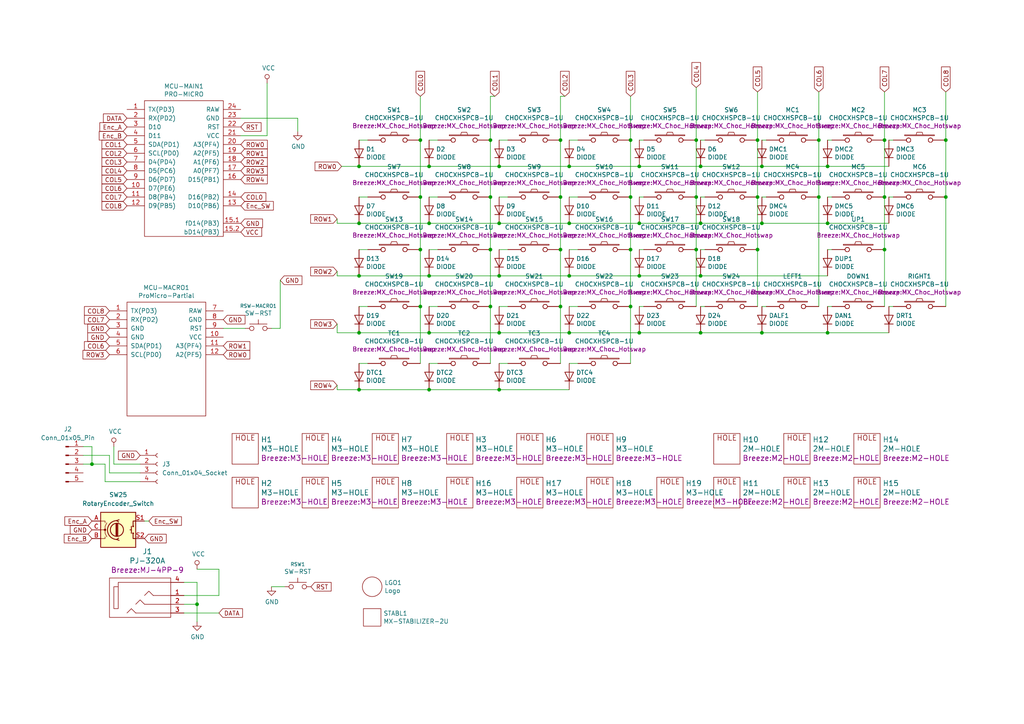
<source format=kicad_sch>
(kicad_sch (version 20230121) (generator eeschema)
  (paper "A4")
  (title_block (title "Breeze") (date "2023-05-21") (rev "Rev1.2") (company "Afternoon Labs LLC"))
  (junction (at 256.54 40.64))
  (junction (at 144.78 113.03))
  (junction (at 256.54 72.39))
  (junction (at 142.24 40.64))
  (junction (at 256.54 57.15))
  (junction (at 219.71 72.39))
  (junction (at 142.24 57.15))
  (junction (at 144.78 96.52))
  (junction (at 240.03 96.52))
  (junction (at 185.42 96.52))
  (junction (at 220.98 48.26))
  (junction (at 144.78 80.01))
  (junction (at 182.88 40.64))
  (junction (at 219.71 40.64))
  (junction (at 57.15 175.26))
  (junction (at 219.71 57.15))
  (junction (at 165.1 80.01))
  (junction (at 165.1 96.52))
  (junction (at 124.46 113.03))
  (junction (at 274.32 40.64))
  (junction (at 220.98 96.52))
  (junction (at 26.67 134.62))
  (junction (at 182.88 88.9))
  (junction (at 121.92 57.15))
  (junction (at 240.03 64.77))
  (junction (at 162.56 72.39))
  (junction (at 201.93 72.39))
  (junction (at 220.98 64.77))
  (junction (at 165.1 64.77))
  (junction (at 142.24 72.39))
  (junction (at 185.42 64.77))
  (junction (at 203.2 80.01))
  (junction (at 124.46 80.01))
  (junction (at 104.14 80.01))
  (junction (at 124.46 96.52))
  (junction (at 203.2 48.26))
  (junction (at 104.14 64.77))
  (junction (at 124.46 64.77))
  (junction (at 165.1 48.26))
  (junction (at 121.92 72.39))
  (junction (at 240.03 48.26))
  (junction (at 203.2 96.52))
  (junction (at 121.92 88.9))
  (junction (at 144.78 64.77))
  (junction (at 182.88 72.39))
  (junction (at 182.88 57.15))
  (junction (at 104.14 48.26))
  (junction (at 203.2 64.77))
  (junction (at 185.42 80.01))
  (junction (at 142.24 88.9))
  (junction (at 185.42 48.26))
  (junction (at 237.49 40.64))
  (junction (at 144.78 48.26))
  (junction (at 274.32 57.15))
  (junction (at 162.56 88.9))
  (junction (at 104.14 96.52))
  (junction (at 162.56 57.15))
  (junction (at 237.49 57.15))
  (junction (at 201.93 57.15))
  (junction (at 162.56 40.64))
  (junction (at 201.93 40.64))
  (junction (at 124.46 48.26))
  (junction (at 104.14 113.03))
  (junction (at 121.92 40.64))
  (wire (pts (xy 220.98 64.77) (xy 203.2 64.77)))
  (wire (pts (xy 121.92 57.15) (xy 121.92 72.39)))
  (wire (pts (xy 57.15 175.26) (xy 57.15 180.34)))
  (wire (pts (xy 167.64 88.9) (xy 165.1 88.9)))
  (wire (pts (xy 99.06 48.26) (xy 104.14 48.26)))
  (wire (pts (xy 186.69 72.39) (xy 185.42 72.39)))
  (wire (pts (xy 185.42 48.26) (xy 165.1 48.26)))
  (wire (pts (xy 144.78 80.01) (xy 124.46 80.01)))
  (wire (pts (xy 57.15 165.1) (xy 63.5 165.1)))
  (wire (pts (xy 162.56 88.9) (xy 162.56 72.39)))
  (wire (pts (xy 256.54 40.64) (xy 256.54 26.67)))
  (wire (pts (xy 219.71 40.64) (xy 219.71 57.15)))
  (wire (pts (xy 127 57.15) (xy 124.46 57.15)))
  (wire (pts (xy 106.68 72.39) (xy 104.14 72.39)))
  (wire (pts (xy 77.47 24.13) (xy 77.47 39.37)))
  (wire (pts (xy 63.5 165.1) (xy 63.5 172.72)))
  (wire (pts (xy 104.14 64.77) (xy 97.79 64.77)))
  (wire (pts (xy 204.47 88.9) (xy 203.2 88.9)))
  (wire (pts (xy 165.1 113.03) (xy 144.78 113.03)))
  (wire (pts (xy 33.02 129.54) (xy 33.02 134.62)))
  (wire (pts (xy 121.92 40.64) (xy 121.92 27.94)))
  (wire (pts (xy 147.32 105.41) (xy 144.78 105.41)))
  (wire (pts (xy 162.56 40.64) (xy 162.56 57.15)))
  (wire (pts (xy 259.08 40.64) (xy 257.81 40.64)))
  (wire (pts (xy 147.32 57.15) (xy 144.78 57.15)))
  (wire (pts (xy 40.64 137.16) (xy 31.75 137.16)))
  (wire (pts (xy 147.32 40.64) (xy 144.78 40.64)))
  (wire (pts (xy 31.75 132.08) (xy 31.75 137.16)))
  (wire (pts (xy 185.42 96.52) (xy 165.1 96.52)))
  (wire (pts (xy 257.81 64.77) (xy 240.03 64.77)))
  (wire (pts (xy 222.25 88.9) (xy 220.98 88.9)))
  (wire (pts (xy 259.08 88.9) (xy 257.81 88.9)))
  (wire (pts (xy 256.54 72.39) (xy 256.54 88.9)))
  (wire (pts (xy 182.88 40.64) (xy 182.88 57.15)))
  (wire (pts (xy 203.2 64.77) (xy 185.42 64.77)))
  (wire (pts (xy 106.68 57.15) (xy 104.14 57.15)))
  (wire (pts (xy 121.92 88.9) (xy 121.92 105.41)))
  (wire (pts (xy 121.92 40.64) (xy 121.92 57.15)))
  (wire (pts (xy 104.14 96.52) (xy 97.79 96.52)))
  (wire (pts (xy 167.64 40.64) (xy 165.1 40.64)))
  (wire (pts (xy 203.2 96.52) (xy 185.42 96.52)))
  (wire (pts (xy 204.47 72.39) (xy 203.2 72.39)))
  (wire (pts (xy 53.34 168.91) (xy 57.15 168.91)))
  (wire (pts (xy 26.67 134.62) (xy 24.13 134.62)))
  (wire (pts (xy 64.77 95.25) (xy 71.12 95.25)))
  (wire (pts (xy 142.24 57.15) (xy 142.24 40.64)))
  (wire (pts (xy 124.46 80.01) (xy 104.14 80.01)))
  (wire (pts (xy 165.1 96.52) (xy 144.78 96.52)))
  (wire (pts (xy 33.02 134.62) (xy 40.64 134.62)))
  (wire (pts (xy 124.46 96.52) (xy 104.14 96.52)))
  (wire (pts (xy 165.1 72.39) (xy 167.64 72.39)))
  (wire (pts (xy 203.2 80.01) (xy 185.42 80.01)))
  (wire (pts (xy 185.42 80.01) (xy 165.1 80.01)))
  (wire (pts (xy 127 40.64) (xy 124.46 40.64)))
  (wire (pts (xy 106.68 88.9) (xy 104.14 88.9)))
  (wire (pts (xy 257.81 48.26) (xy 240.03 48.26)))
  (wire (pts (xy 81.28 95.25) (xy 78.74 95.25)))
  (wire (pts (xy 43.18 151.13) (xy 41.91 151.13)))
  (wire (pts (xy 165.1 80.01) (xy 144.78 80.01)))
  (wire (pts (xy 219.71 57.15) (xy 219.71 72.39)))
  (wire (pts (xy 220.98 48.26) (xy 203.2 48.26)))
  (wire (pts (xy 53.34 177.8) (xy 63.5 177.8)))
  (wire (pts (xy 144.78 48.26) (xy 124.46 48.26)))
  (wire (pts (xy 142.24 105.41) (xy 142.24 88.9)))
  (wire (pts (xy 203.2 96.52) (xy 220.98 96.52)))
  (wire (pts (xy 142.24 88.9) (xy 142.24 72.39)))
  (wire (pts (xy 162.56 57.15) (xy 162.56 72.39)))
  (wire (pts (xy 222.25 40.64) (xy 220.98 40.64)))
  (wire (pts (xy 201.93 88.9) (xy 201.93 72.39)))
  (wire (pts (xy 124.46 88.9) (xy 127 88.9)))
  (wire (pts (xy 167.64 105.41) (xy 165.1 105.41)))
  (wire (pts (xy 256.54 40.64) (xy 256.54 57.15)))
  (wire (pts (xy 257.81 96.52) (xy 240.03 96.52)))
  (wire (pts (xy 86.36 34.29) (xy 86.36 38.1)))
  (wire (pts (xy 237.49 40.64) (xy 237.49 26.67)))
  (wire (pts (xy 182.88 40.64) (xy 182.88 27.94)))
  (wire (pts (xy 26.67 129.54) (xy 26.67 134.62)))
  (wire (pts (xy 162.56 40.64) (xy 162.56 27.94)))
  (wire (pts (xy 147.32 72.39) (xy 144.78 72.39)))
  (wire (pts (xy 104.14 64.77) (xy 124.46 64.77)))
  (wire (pts (xy 241.3 88.9) (xy 240.03 88.9)))
  (wire (pts (xy 237.49 40.64) (xy 237.49 57.15)))
  (wire (pts (xy 241.3 40.64) (xy 240.03 40.64)))
  (wire (pts (xy 97.79 113.03) (xy 97.79 111.76)))
  (wire (pts (xy 142.24 72.39) (xy 142.24 57.15)))
  (wire (pts (xy 97.79 96.52) (xy 97.79 93.98)))
  (wire (pts (xy 185.42 88.9) (xy 186.69 88.9)))
  (wire (pts (xy 165.1 48.26) (xy 144.78 48.26)))
  (wire (pts (xy 186.69 40.64) (xy 185.42 40.64)))
  (wire (pts (xy 97.79 80.01) (xy 97.79 78.74)))
  (wire (pts (xy 97.79 64.77) (xy 97.79 63.5)))
  (wire (pts (xy 274.32 40.64) (xy 274.32 57.15)))
  (wire (pts (xy 162.56 105.41) (xy 162.56 88.9)))
  (wire (pts (xy 203.2 48.26) (xy 185.42 48.26)))
  (wire (pts (xy 240.03 96.52) (xy 220.98 96.52)))
  (wire (pts (xy 124.46 113.03) (xy 144.78 113.03)))
  (wire (pts (xy 144.78 88.9) (xy 147.32 88.9)))
  (wire (pts (xy 201.93 40.64) (xy 201.93 25.4)))
  (wire (pts (xy 30.48 134.62) (xy 26.67 134.62)))
  (wire (pts (xy 182.88 57.15) (xy 182.88 72.39)))
  (wire (pts (xy 69.85 34.29) (xy 86.36 34.29)))
  (wire (pts (xy 127 72.39) (xy 124.46 72.39)))
  (wire (pts (xy 63.5 172.72) (xy 53.34 172.72)))
  (wire (pts (xy 201.93 57.15) (xy 201.93 72.39)))
  (wire (pts (xy 219.71 40.64) (xy 219.71 26.67)))
  (wire (pts (xy 69.85 39.37) (xy 77.47 39.37)))
  (wire (pts (xy 104.14 48.26) (xy 124.46 48.26)))
  (wire (pts (xy 241.3 72.39) (xy 240.03 72.39)))
  (wire (pts (xy 257.81 57.15) (xy 259.08 57.15)))
  (wire (pts (xy 127 105.41) (xy 124.46 105.41)))
  (wire (pts (xy 185.42 64.77) (xy 165.1 64.77)))
  (wire (pts (xy 24.13 129.54) (xy 26.67 129.54)))
  (wire (pts (xy 201.93 57.15) (xy 201.93 40.64)))
  (wire (pts (xy 104.14 80.01) (xy 97.79 80.01)))
  (wire (pts (xy 220.98 57.15) (xy 222.25 57.15)))
  (wire (pts (xy 30.48 139.7) (xy 30.48 134.62)))
  (wire (pts (xy 204.47 40.64) (xy 203.2 40.64)))
  (wire (pts (xy 144.78 96.52) (xy 124.46 96.52)))
  (wire (pts (xy 104.14 113.03) (xy 124.46 113.03)))
  (wire (pts (xy 24.13 132.08) (xy 31.75 132.08)))
  (wire (pts (xy 186.69 57.15) (xy 185.42 57.15)))
  (wire (pts (xy 167.64 57.15) (xy 165.1 57.15)))
  (wire (pts (xy 142.24 27.94) (xy 143.51 27.94)))
  (wire (pts (xy 57.15 168.91) (xy 57.15 175.26)))
  (wire (pts (xy 203.2 57.15) (xy 204.47 57.15)))
  (wire (pts (xy 121.92 72.39) (xy 121.92 88.9)))
  (wire (pts (xy 182.88 88.9) (xy 182.88 72.39)))
  (wire (pts (xy 162.56 27.94) (xy 163.83 27.94)))
  (wire (pts (xy 240.03 80.01) (xy 203.2 80.01)))
  (wire (pts (xy 274.32 57.15) (xy 274.32 88.9)))
  (wire (pts (xy 219.71 72.39) (xy 219.71 88.9)))
  (wire (pts (xy 240.03 48.26) (xy 220.98 48.26)))
  (wire (pts (xy 182.88 88.9) (xy 182.88 105.41)))
  (wire (pts (xy 256.54 57.15) (xy 256.54 72.39)))
  (wire (pts (xy 240.03 64.77) (xy 220.98 64.77)))
  (wire (pts (xy 81.28 81.28) (xy 81.28 95.25)))
  (wire (pts (xy 241.3 57.15) (xy 240.03 57.15)))
  (wire (pts (xy 104.14 105.41) (xy 106.68 105.41)))
  (wire (pts (xy 124.46 64.77) (xy 144.78 64.77)))
  (wire (pts (xy 40.64 139.7) (xy 30.48 139.7)))
  (wire (pts (xy 237.49 88.9) (xy 237.49 57.15)))
  (wire (pts (xy 53.34 175.26) (xy 57.15 175.26)))
  (wire (pts (xy 82.55 170.18) (xy 78.74 170.18)))
  (wire (pts (xy 165.1 64.77) (xy 144.78 64.77)))
  (wire (pts (xy 274.32 40.64) (xy 274.32 26.67)))
  (wire (pts (xy 104.14 113.03) (xy 97.79 113.03)))
  (wire (pts (xy 106.68 40.64) (xy 104.14 40.64)))
  (wire (pts (xy 142.24 40.64) (xy 142.24 27.94)))
  (global_label "RST" (shape input) (at 90.17 170.18 0) (property "Intersheetrefs" "${INTERSHEET_REFS}" (effects hide)))
  (global_label "COL5" (shape input) (at 219.71 26.67 90) (property "Intersheetrefs" "${INTERSHEET_REFS}" (effects hide)))
  (global_label "ROW4" (shape input) (at 97.79 111.76 180) (property "Intersheetrefs" "${INTERSHEET_REFS}" (effects hide)))
  (global_label "ROW4" (shape input) (at 69.85 52.07 0) (property "Intersheetrefs" "${INTERSHEET_REFS}" (effects hide)))
  (global_label "COL8" (shape input) (at 36.83 59.69 180) (property "Intersheetrefs" "${INTERSHEET_REFS}" (effects hide)))
  (global_label "COL2" (shape input) (at 163.83 27.94 90) (property "Intersheetrefs" "${INTERSHEET_REFS}" (effects hide)))
  (global_label "GND" (shape input) (at 81.28 81.28 0) (property "Intersheetrefs" "${INTERSHEET_REFS}" (effects hide)))
  (global_label "GND" (shape input) (at 41.91 156.21 0) (property "Intersheetrefs" "${INTERSHEET_REFS}" (effects hide)))
  (global_label "ROW2" (shape input) (at 69.85 46.99 0) (property "Intersheetrefs" "${INTERSHEET_REFS}" (effects hide)))
  (global_label "GND" (shape input) (at 40.64 132.08 180) (property "Intersheetrefs" "${INTERSHEET_REFS}" (effects hide)))
  (global_label "COL0" (shape input) (at 69.85 57.15 0) (property "Intersheetrefs" "${INTERSHEET_REFS}" (effects hide)))
  (global_label "ROW3" (shape input) (at 31.75 102.87 180) (property "Intersheetrefs" "${INTERSHEET_REFS}" (effects hide)))
  (global_label "GND" (shape input) (at 69.85 64.77 0) (property "Intersheetrefs" "${INTERSHEET_REFS}" (effects hide)))
  (global_label "ROW0" (shape input) (at 64.77 102.87 0) (property "Intersheetrefs" "${INTERSHEET_REFS}" (effects hide)))
  (global_label "COL8" (shape input) (at 31.75 90.17 180) (property "Intersheetrefs" "${INTERSHEET_REFS}" (effects hide)))
  (global_label "Enc_B" (shape input) (at 26.67 156.21 180) (property "Intersheetrefs" "${INTERSHEET_REFS}" (effects hide)))
  (global_label "COL6" (shape input) (at 237.49 26.67 90) (property "Intersheetrefs" "${INTERSHEET_REFS}" (effects hide)))
  (global_label "GND" (shape input) (at 31.75 95.25 180) (property "Intersheetrefs" "${INTERSHEET_REFS}" (effects hide)))
  (global_label "COL7" (shape input) (at 36.83 57.15 180) (property "Intersheetrefs" "${INTERSHEET_REFS}" (effects hide)))
  (global_label "Enc_A" (shape input) (at 36.83 36.83 180) (property "Intersheetrefs" "${INTERSHEET_REFS}" (effects hide)))
  (global_label "GND" (shape input) (at 64.77 92.71 0) (property "Intersheetrefs" "${INTERSHEET_REFS}" (effects hide)))
  (global_label "COL0" (shape input) (at 121.92 27.94 90) (property "Intersheetrefs" "${INTERSHEET_REFS}" (effects hide)))
  (global_label "ROW1" (shape input) (at 69.85 44.45 0) (property "Intersheetrefs" "${INTERSHEET_REFS}" (effects hide)))
  (global_label "Enc_B" (shape input) (at 36.83 39.37 180) (property "Intersheetrefs" "${INTERSHEET_REFS}" (effects hide)))
  (global_label "COL4" (shape input) (at 201.93 25.4 90) (property "Intersheetrefs" "${INTERSHEET_REFS}" (effects hide)))
  (global_label "ROW0" (shape input) (at 99.06 48.26 180) (property "Intersheetrefs" "${INTERSHEET_REFS}" (effects hide)))
  (global_label "Enc_SW" (shape input) (at 43.18 151.13 0) (property "Intersheetrefs" "${INTERSHEET_REFS}" (effects hide)))
  (global_label "COL4" (shape input) (at 36.83 49.53 180) (property "Intersheetrefs" "${INTERSHEET_REFS}" (effects hide)))
  (global_label "ROW3" (shape input) (at 69.85 49.53 0) (property "Intersheetrefs" "${INTERSHEET_REFS}" (effects hide)))
  (global_label "COL1" (shape input) (at 36.83 41.91 180) (property "Intersheetrefs" "${INTERSHEET_REFS}" (effects hide)))
  (global_label "ROW2" (shape input) (at 97.79 78.74 180) (property "Intersheetrefs" "${INTERSHEET_REFS}" (effects hide)))
  (global_label "GND" (shape input) (at 31.75 97.79 180) (property "Intersheetrefs" "${INTERSHEET_REFS}" (effects hide)))
  (global_label "COL6" (shape input) (at 36.83 54.61 180) (property "Intersheetrefs" "${INTERSHEET_REFS}" (effects hide)))
  (global_label "ROW1" (shape input) (at 97.79 63.5 180) (property "Intersheetrefs" "${INTERSHEET_REFS}" (effects hide)))
  (global_label "VCC" (shape input) (at 69.85 67.31 0) (property "Intersheetrefs" "${INTERSHEET_REFS}" (effects hide)))
  (global_label "ROW1" (shape input) (at 64.77 100.33 0) (property "Intersheetrefs" "${INTERSHEET_REFS}" (effects hide)))
  (global_label "COL1" (shape input) (at 143.51 27.94 90) (property "Intersheetrefs" "${INTERSHEET_REFS}" (effects hide)))
  (global_label "COL8" (shape input) (at 274.32 26.67 90) (property "Intersheetrefs" "${INTERSHEET_REFS}" (effects hide)))
  (global_label "COL7" (shape input) (at 256.54 26.67 90) (property "Intersheetrefs" "${INTERSHEET_REFS}" (effects hide)))
  (global_label "Enc_SW" (shape input) (at 69.85 59.69 0) (property "Intersheetrefs" "${INTERSHEET_REFS}" (effects hide)))
  (global_label "COL6" (shape input) (at 31.75 100.33 180) (property "Intersheetrefs" "${INTERSHEET_REFS}" (effects hide)))
  (global_label "COL3" (shape input) (at 36.83 46.99 180) (property "Intersheetrefs" "${INTERSHEET_REFS}" (effects hide)))
  (global_label "COL3" (shape input) (at 182.88 27.94 90) (property "Intersheetrefs" "${INTERSHEET_REFS}" (effects hide)))
  (global_label "COL7" (shape input) (at 31.75 92.71 180) (property "Intersheetrefs" "${INTERSHEET_REFS}" (effects hide)))
  (global_label "GND" (shape input) (at 26.67 153.67 180) (property "Intersheetrefs" "${INTERSHEET_REFS}" (effects hide)))
  (global_label "ROW0" (shape input) (at 69.85 41.91 0) (property "Intersheetrefs" "${INTERSHEET_REFS}" (effects hide)))
  (global_label "RST" (shape input) (at 69.85 36.83 0) (property "Intersheetrefs" "${INTERSHEET_REFS}" (effects hide)))
  (global_label "COL2" (shape input) (at 36.83 44.45 180) (property "Intersheetrefs" "${INTERSHEET_REFS}" (effects hide)))
  (global_label "Enc_A" (shape input) (at 26.67 151.13 180) (property "Intersheetrefs" "${INTERSHEET_REFS}" (effects hide)))
  (global_label "DATA" (shape input) (at 36.83 34.29 180) (property "Intersheetrefs" "${INTERSHEET_REFS}" (effects hide)))
  (global_label "COL5" (shape input) (at 36.83 52.07 180) (property "Intersheetrefs" "${INTERSHEET_REFS}" (effects hide)))
  (global_label "DATA" (shape input) (at 63.5 177.8 0) (property "Intersheetrefs" "${INTERSHEET_REFS}" (effects hide)))
  (global_label "ROW3" (shape input) (at 97.79 93.98 180) (property "Intersheetrefs" "${INTERSHEET_REFS}" (effects hide)))
  (symbol (lib_id "Breeze-rescue:ProMicro-Merkaba_Rev0-rescue-Breeze-rescue") (at 53.34 45.72 0) (unit 1)
    (property "Reference" "MCU-MAIN1" (at 53.34 25.019 0))
    (property "Value" "PRO-MICRO" (at 53.34 27.3304 0))
    (property "Footprint" "Breeze:ProMicro" (effects hide))
    (pin "3" (alternate "D10"))
    (pin "4" (alternate "D11"))
  )
  (symbol (lib_id "Breeze-rescue:MJ-4PP-9-Lily58-cache-Merkaba_Rev0-rescue-Breeze-rescue") (at 41.91 172.72 0) (unit 1)
    (property "Reference" "J1" (at 42.7482 159.9438 0) (effects (font (size 1.524 1.524))))
    (property "Value" "PJ-320A" (at 42.7482 162.6362 0) (effects (font (size 1.524 1.524))))
    (property "Footprint" "Breeze:MJ-4PP-9" (at 42.7482 165.3286 0) (effects (font (size 1.524 1.524))))
  )
  (symbol (lib_id "Breeze-rescue:GND-power-Merkaba_Rev0-rescue-Breeze-rescue") (at 86.36 38.1 0) (unit 1)
    (property "Reference" "#PWR0101" (effects hide))
    (property "Value" "GND-power" (at 86.487 42.4942 0))
  )
  (symbol (lib_id "Breeze-rescue:VCC-power-Merkaba_Rev0-rescue-Breeze-rescue") (at 77.47 24.13 0) (unit 1)
    (property "Reference" "#PWR0102" (effects hide))
    (property "Value" "VCC-power" (at 77.9018 19.7358 0))
  )
  (symbol (lib_id "Breeze-rescue:SW_RST-Lily58-cache-Merkaba_Rev0-rescue-Breeze-rescue") (at 86.36 170.18 0) (unit 1)
    (property "Reference" "RSW1" (at 86.36 163.6776 0) (effects (font (size 1.016 1.016))))
    (property "Value" "SW-RST" (at 86.36 165.7858 0))
    (property "Footprint" "Breeze:TACT_SWITCH_TVBP06" (effects hide))
  )
  (symbol (lib_id "Breeze-rescue:GND-power-Merkaba_Rev0-rescue-Breeze-rescue") (at 78.74 170.18 0) (unit 1)
    (property "Reference" "#PWR0103" (effects hide))
    (property "Value" "GND-power" (at 78.867 174.5742 0))
  )
  (symbol (lib_id "Breeze-rescue:GND-power-Merkaba_Rev0-rescue-Breeze-rescue") (at 57.15 180.34 0) (unit 1)
    (property "Reference" "#PWR0104" (effects hide))
    (property "Value" "GND-power" (at 57.277 184.7342 0))
  )
  (symbol (lib_id "Breeze-rescue:VCC-power-Merkaba_Rev0-rescue-Breeze-rescue") (at 57.15 165.1 0) (unit 1)
    (property "Reference" "#PWR0105" (effects hide))
    (property "Value" "VCC-power" (at 57.5818 160.7058 0))
  )
  (symbol (lib_id "Breeze-rescue:CHOCXHSPCB-1U-cache-Merkaba_Rev0-rescue-Breeze-rescue") (at 114.3 40.64 0) (unit 1)
    (property "Reference" "SW1" (at 114.3 31.877 0))
    (property "Value" "CHOCXHSPCB-1U" (at 114.3 34.1884 0))
    (property "Footprint" "Breeze:MX_Choc_Hotswap" (at 114.3 36.4998 0))
  )
  (symbol (lib_id "Breeze-rescue:CHOCXHSPCB-1U-cache-Merkaba_Rev0-rescue-Breeze-rescue") (at 134.62 40.64 0) (unit 1)
    (property "Reference" "SW2" (at 134.62 31.877 0))
    (property "Value" "CHOCXHSPCB-1U" (at 134.62 34.1884 0))
    (property "Footprint" "Breeze:MX_Choc_Hotswap" (at 134.62 36.4998 0))
  )
  (symbol (lib_id "Breeze-rescue:CHOCXHSPCB-1U-cache-Merkaba_Rev0-rescue-Breeze-rescue") (at 154.94 40.64 0) (unit 1)
    (property "Reference" "SW3" (at 154.94 31.877 0))
    (property "Value" "CHOCXHSPCB-1U" (at 154.94 34.1884 0))
    (property "Footprint" "Breeze:MX_Choc_Hotswap" (at 154.94 36.4998 0))
  )
  (symbol (lib_id "Breeze-rescue:CHOCXHSPCB-1U-cache-Merkaba_Rev0-rescue-Breeze-rescue") (at 175.26 40.64 0) (unit 1)
    (property "Reference" "SW4" (at 175.26 31.877 0))
    (property "Value" "CHOCXHSPCB-1U" (at 175.26 34.1884 0))
    (property "Footprint" "Breeze:MX_Choc_Hotswap" (at 175.26 36.4998 0))
  )
  (symbol (lib_id "Breeze-rescue:CHOCXHSPCB-1U-cache-Merkaba_Rev0-rescue-Breeze-rescue") (at 194.31 40.64 0) (unit 1)
    (property "Reference" "SW5" (at 194.31 31.877 0))
    (property "Value" "CHOCXHSPCB-1U" (at 194.31 34.1884 0))
    (property "Footprint" "Breeze:MX_Choc_Hotswap" (at 194.31 36.4998 0))
  )
  (symbol (lib_id "Breeze-rescue:CHOCXHSPCB-1U-cache-Merkaba_Rev0-rescue-Breeze-rescue") (at 212.09 40.64 0) (unit 1)
    (property "Reference" "SW6" (at 212.09 31.877 0))
    (property "Value" "CHOCXHSPCB-1U" (at 212.09 34.1884 0))
    (property "Footprint" "Breeze:MX_Choc_Hotswap" (at 212.09 36.4998 0))
  )
  (symbol (lib_id "Breeze-rescue:CHOCXHSPCB-1U-cache-Merkaba_Rev0-rescue-Breeze-rescue") (at 229.87 40.64 0) (unit 1)
    (property "Reference" "MC1" (at 229.87 31.877 0))
    (property "Value" "CHOCXHSPCB-1U" (at 229.87 34.1884 0))
    (property "Footprint" "Breeze:MX_Choc_Hotswap" (at 229.87 36.4998 0))
  )
  (symbol (lib_id "Breeze-rescue:CHOCXHSPCB-1U-cache-Merkaba_Rev0-rescue-Breeze-rescue") (at 248.92 40.64 0) (unit 1)
    (property "Reference" "MC2" (at 248.92 31.877 0))
    (property "Value" "CHOCXHSPCB-1U" (at 248.92 34.1884 0))
    (property "Footprint" "Breeze:MX_Choc_Hotswap" (at 248.92 36.4998 0))
  )
  (symbol (lib_id "Breeze-rescue:CHOCXHSPCB-1U-cache-Merkaba_Rev0-rescue-Breeze-rescue") (at 266.7 40.64 0) (unit 1)
    (property "Reference" "MC3" (at 266.7 31.877 0))
    (property "Value" "CHOCXHSPCB-1U" (at 266.7 34.1884 0))
    (property "Footprint" "Breeze:MX_Choc_Hotswap" (at 266.7 36.4998 0))
  )
  (symbol (lib_id "Breeze-rescue:CHOCXHSPCB-1U-cache-Merkaba_Rev0-rescue-Breeze-rescue") (at 114.3 57.15 0) (unit 1)
    (property "Reference" "SW7" (at 114.3 48.387 0))
    (property "Value" "CHOCXHSPCB-1U" (at 114.3 50.6984 0))
    (property "Footprint" "Breeze:MX_Choc_Hotswap" (at 114.3 53.0098 0))
  )
  (symbol (lib_id "Breeze-rescue:CHOCXHSPCB-1U-cache-Merkaba_Rev0-rescue-Breeze-rescue") (at 134.62 57.15 0) (unit 1)
    (property "Reference" "SW8" (at 134.62 48.387 0))
    (property "Value" "CHOCXHSPCB-1U" (at 134.62 50.6984 0))
    (property "Footprint" "Breeze:MX_Choc_Hotswap" (at 134.62 53.0098 0))
  )
  (symbol (lib_id "Breeze-rescue:CHOCXHSPCB-1U-cache-Merkaba_Rev0-rescue-Breeze-rescue") (at 154.94 57.15 0) (unit 1)
    (property "Reference" "SW9" (at 154.94 48.387 0))
    (property "Value" "CHOCXHSPCB-1U" (at 154.94 50.6984 0))
    (property "Footprint" "Breeze:MX_Choc_Hotswap" (at 154.94 53.0098 0))
  )
  (symbol (lib_id "Breeze-rescue:CHOCXHSPCB-1U-cache-Merkaba_Rev0-rescue-Breeze-rescue") (at 175.26 57.15 0) (unit 1)
    (property "Reference" "SW10" (at 175.26 48.387 0))
    (property "Value" "CHOCXHSPCB-1U" (at 175.26 50.6984 0))
    (property "Footprint" "Breeze:MX_Choc_Hotswap" (at 175.26 53.0098 0))
  )
  (symbol (lib_id "Breeze-rescue:CHOCXHSPCB-1U-cache-Merkaba_Rev0-rescue-Breeze-rescue") (at 194.31 57.15 0) (unit 1)
    (property "Reference" "SW11" (at 194.31 48.387 0))
    (property "Value" "CHOCXHSPCB-1U" (at 194.31 50.6984 0))
    (property "Footprint" "Breeze:MX_Choc_Hotswap" (at 194.31 53.0098 0))
  )
  (symbol (lib_id "Breeze-rescue:CHOCXHSPCB-1U-cache-Merkaba_Rev0-rescue-Breeze-rescue") (at 212.09 57.15 0) (unit 1)
    (property "Reference" "SW12" (at 212.09 48.387 0))
    (property "Value" "CHOCXHSPCB-1U" (at 212.09 50.6984 0))
    (property "Footprint" "Breeze:MX_Choc_Hotswap" (at 212.09 53.0098 0))
  )
  (symbol (lib_id "Breeze-rescue:CHOCXHSPCB-1U-cache-Merkaba_Rev0-rescue-Breeze-rescue") (at 229.87 57.15 0) (unit 1)
    (property "Reference" "MC4" (at 229.87 48.387 0))
    (property "Value" "CHOCXHSPCB-1U" (at 229.87 50.6984 0))
    (property "Footprint" "Breeze:MX_Choc_Hotswap" (at 229.87 53.0098 0))
  )
  (symbol (lib_id "Breeze-rescue:CHOCXHSPCB-1U-cache-Merkaba_Rev0-rescue-Breeze-rescue") (at 248.92 57.15 0) (unit 1)
    (property "Reference" "MC5" (at 248.92 48.387 0))
    (property "Value" "CHOCXHSPCB-1U" (at 248.92 50.6984 0))
    (property "Footprint" "Breeze:MX_Choc_Hotswap" (at 248.92 53.0098 0))
  )
  (symbol (lib_id "Breeze-rescue:CHOCXHSPCB-1U-cache-Merkaba_Rev0-rescue-Breeze-rescue") (at 266.7 57.15 0) (unit 1)
    (property "Reference" "MC6" (at 266.7 48.387 0))
    (property "Value" "CHOCXHSPCB-1U" (at 266.7 50.6984 0))
    (property "Footprint" "Breeze:MX_Choc_Hotswap" (at 266.7 53.0098 0))
  )
  (symbol (lib_id "Breeze-rescue:CHOCXHSPCB-1U-cache-Merkaba_Rev0-rescue-Breeze-rescue") (at 114.3 72.39 0) (unit 1)
    (property "Reference" "SW13" (at 114.3 63.627 0))
    (property "Value" "CHOCXHSPCB-1U" (at 114.3 65.9384 0))
    (property "Footprint" "Breeze:MX_Choc_Hotswap" (at 114.3 68.2498 0))
  )
  (symbol (lib_id "Breeze-rescue:CHOCXHSPCB-1U-cache-Merkaba_Rev0-rescue-Breeze-rescue") (at 134.62 72.39 0) (unit 1)
    (property "Reference" "SW14" (at 134.62 63.627 0))
    (property "Value" "CHOCXHSPCB-1U" (at 134.62 65.9384 0))
    (property "Footprint" "Breeze:MX_Choc_Hotswap" (at 134.62 68.2498 0))
  )
  (symbol (lib_id "Breeze-rescue:CHOCXHSPCB-1U-cache-Merkaba_Rev0-rescue-Breeze-rescue") (at 154.94 72.39 0) (unit 1)
    (property "Reference" "SW15" (at 154.94 63.627 0))
    (property "Value" "CHOCXHSPCB-1U" (at 154.94 65.9384 0))
    (property "Footprint" "Breeze:MX_Choc_Hotswap" (at 154.94 68.2498 0))
  )
  (symbol (lib_id "Breeze-rescue:CHOCXHSPCB-1U-cache-Merkaba_Rev0-rescue-Breeze-rescue") (at 175.26 72.39 0) (unit 1)
    (property "Reference" "SW16" (at 175.26 63.627 0))
    (property "Value" "CHOCXHSPCB-1U" (at 175.26 65.9384 0))
    (property "Footprint" "Breeze:MX_Choc_Hotswap" (at 175.26 68.2498 0))
  )
  (symbol (lib_id "Breeze-rescue:CHOCXHSPCB-1U-cache-Merkaba_Rev0-rescue-Breeze-rescue") (at 194.31 72.39 0) (unit 1)
    (property "Reference" "SW17" (at 194.31 63.627 0))
    (property "Value" "CHOCXHSPCB-1U" (at 194.31 65.9384 0))
    (property "Footprint" "Breeze:MX_Choc_Hotswap" (at 194.31 68.2498 0))
  )
  (symbol (lib_id "Breeze-rescue:CHOCXHSPCB-1U-cache-Merkaba_Rev0-rescue-Breeze-rescue") (at 212.09 72.39 0) (unit 1)
    (property "Reference" "SW18" (at 212.09 63.627 0))
    (property "Value" "CHOCXHSPCB-1U" (at 212.09 65.9384 0))
    (property "Footprint" "Breeze:MX_Choc_Hotswap" (at 212.09 68.2498 0))
  )
  (symbol (lib_id "Breeze-rescue:CHOCXHSPCB-1U-cache-Merkaba_Rev0-rescue-Breeze-rescue") (at 248.92 72.39 0) (unit 1)
    (property "Reference" "UP1" (at 248.92 63.627 0))
    (property "Value" "CHOCXHSPCB-1U" (at 248.92 65.9384 0))
    (property "Footprint" "Breeze:MX_Choc_Hotswap" (at 248.92 68.2498 0))
  )
  (symbol (lib_id "Breeze-rescue:CHOCXHSPCB-1U-cache-Merkaba_Rev0-rescue-Breeze-rescue") (at 114.3 88.9 0) (unit 1)
    (property "Reference" "SW19" (at 114.3 80.137 0))
    (property "Value" "CHOCXHSPCB-1U" (at 114.3 82.4484 0))
    (property "Footprint" "Breeze:MX_Choc_Hotswap" (at 114.3 84.7598 0))
  )
  (symbol (lib_id "Breeze-rescue:CHOCXHSPCB-1U-cache-Merkaba_Rev0-rescue-Breeze-rescue") (at 134.62 88.9 0) (unit 1)
    (property "Reference" "SW20" (at 134.62 80.137 0))
    (property "Value" "CHOCXHSPCB-1U" (at 134.62 82.4484 0))
    (property "Footprint" "Breeze:MX_Choc_Hotswap" (at 134.62 84.7598 0))
  )
  (symbol (lib_id "Breeze-rescue:CHOCXHSPCB-1U-cache-Merkaba_Rev0-rescue-Breeze-rescue") (at 154.94 88.9 0) (unit 1)
    (property "Reference" "SW21" (at 154.94 80.137 0))
    (property "Value" "CHOCXHSPCB-1U" (at 154.94 82.4484 0))
    (property "Footprint" "Breeze:MX_Choc_Hotswap" (at 154.94 84.7598 0))
  )
  (symbol (lib_id "Breeze-rescue:CHOCXHSPCB-1U-cache-Merkaba_Rev0-rescue-Breeze-rescue") (at 175.26 88.9 0) (unit 1)
    (property "Reference" "SW22" (at 175.26 80.137 0))
    (property "Value" "CHOCXHSPCB-1U" (at 175.26 82.4484 0))
    (property "Footprint" "Breeze:MX_Choc_Hotswap" (at 175.26 84.7598 0))
  )
  (symbol (lib_id "Breeze-rescue:CHOCXHSPCB-1U-cache-Merkaba_Rev0-rescue-Breeze-rescue") (at 194.31 88.9 0) (unit 1)
    (property "Reference" "SW23" (at 194.31 80.137 0))
    (property "Value" "CHOCXHSPCB-1U" (at 194.31 82.4484 0))
    (property "Footprint" "Breeze:MX_Choc_Hotswap" (at 194.31 84.7598 0))
  )
  (symbol (lib_id "Breeze-rescue:CHOCXHSPCB-1U-cache-Merkaba_Rev0-rescue-Breeze-rescue") (at 212.09 88.9 0) (unit 1)
    (property "Reference" "SW24" (at 212.09 80.137 0))
    (property "Value" "CHOCXHSPCB-1U" (at 212.09 82.4484 0))
    (property "Footprint" "Breeze:MX_Choc_Hotswap" (at 212.09 84.7598 0))
  )
  (symbol (lib_id "Breeze-rescue:CHOCXHSPCB-1U-cache-Merkaba_Rev0-rescue-Breeze-rescue") (at 229.87 88.9 0) (unit 1)
    (property "Reference" "LEFT1" (at 229.87 80.137 0))
    (property "Value" "CHOCXHSPCB-1U" (at 229.87 82.4484 0))
    (property "Footprint" "Breeze:MX_Choc_Hotswap" (at 229.87 84.7598 0))
  )
  (symbol (lib_id "Breeze-rescue:CHOCXHSPCB-1U-cache-Merkaba_Rev0-rescue-Breeze-rescue") (at 248.92 88.9 0) (unit 1)
    (property "Reference" "DOWN1" (at 248.92 80.137 0))
    (property "Value" "CHOCXHSPCB-1U" (at 248.92 82.4484 0))
    (property "Footprint" "Breeze:MX_Choc_Hotswap" (at 248.92 84.7598 0))
  )
  (symbol (lib_id "Breeze-rescue:CHOCXHSPCB-1U-cache-Merkaba_Rev0-rescue-Breeze-rescue") (at 266.7 88.9 0) (unit 1)
    (property "Reference" "RIGHT1" (at 266.7 80.137 0))
    (property "Value" "CHOCXHSPCB-1U" (at 266.7 82.4484 0))
    (property "Footprint" "Breeze:MX_Choc_Hotswap" (at 266.7 84.7598 0))
  )
  (symbol (lib_id "Breeze-rescue:CHOCXHSPCB-1U-cache-Merkaba_Rev0-rescue-Breeze-rescue") (at 114.3 105.41 0) (unit 1)
    (property "Reference" "TC1" (at 114.3 96.647 0))
    (property "Value" "CHOCXHSPCB-1U" (at 114.3 98.9584 0))
    (property "Footprint" "Breeze:MX_Choc_Hotswap" (at 114.3 101.2698 0))
  )
  (symbol (lib_id "Breeze-rescue:CHOCXHSPCB-1U-cache-Merkaba_Rev0-rescue-Breeze-rescue") (at 134.62 105.41 0) (unit 1)
    (property "Reference" "TC2" (at 134.62 96.647 0))
    (property "Value" "CHOCXHSPCB-1U" (at 134.62 98.9584 0))
    (property "Footprint" "Breeze:MX_Choc_Hotswap" (at 134.62 101.2698 0))
  )
  (symbol (lib_id "Breeze-rescue:CHOCXHSPCB-1U-cache-Merkaba_Rev0-rescue-Breeze-rescue") (at 154.94 105.41 0) (unit 1)
    (property "Reference" "TC3" (at 154.94 96.647 0))
    (property "Value" "CHOCXHSPCB-1U" (at 154.94 98.9584 0))
    (property "Footprint" "Breeze:MX_Choc_Hotswap" (at 154.94 101.2698 0))
  )
  (symbol (lib_id "Breeze-rescue:CHOCXHSPCB-1U-cache-Merkaba_Rev0-rescue-Breeze-rescue") (at 175.26 105.41 0) (unit 1)
    (property "Reference" "TC4" (at 175.26 96.647 0))
    (property "Value" "CHOCXHSPCB-1U" (at 175.26 98.9584 0))
    (property "Footprint" "Breeze:MX_Choc_Hotswap" (at 175.26 101.2698 0))
  )
  (symbol (lib_id "Breeze-rescue:ProMicro-Partial2-Merkaba_Rev0-rescue-Breeze-rescue") (at 48.26 104.14 0) (unit 1)
    (property "Reference" "MCU-MACRO1" (at 48.26 83.439 0))
    (property "Value" "ProMicro-Partial" (at 48.26 85.7504 0))
    (property "Footprint" "Breeze:PROMICRO-PARTIAL2" (effects hide))
  )
  (symbol (lib_id "Breeze-rescue:Diode-cache-Merkaba_Rev0-rescue-Breeze-rescue") (at 104.14 44.45 90) (unit 1)
    (property "Reference" "D1" (at 106.1466 43.2816 90) (effects (justify right)))
    (property "Value" "DIODE" (at 106.1466 45.593 90) (effects (justify right)))
    (property "Footprint" "Breeze:SOD-123FL" (effects hide))
    (property "LCSC" "C64898" (effects hide))
  )
  (symbol (lib_id "Breeze-rescue:Diode-cache-Merkaba_Rev0-rescue-Breeze-rescue") (at 124.46 44.45 90) (unit 1)
    (property "Reference" "D2" (at 126.4666 43.2816 90) (effects (justify right)))
    (property "Value" "DIODE" (at 126.4666 45.593 90) (effects (justify right)))
    (property "Footprint" "Breeze:SOD-123FL" (effects hide))
    (property "LCSC" "C64898" (effects hide))
  )
  (symbol (lib_id "Breeze-rescue:Diode-cache-Merkaba_Rev0-rescue-Breeze-rescue") (at 144.78 44.45 90) (unit 1)
    (property "Reference" "D3" (at 146.7866 43.2816 90) (effects (justify right)))
    (property "Value" "DIODE" (at 146.7866 45.593 90) (effects (justify right)))
    (property "Footprint" "Breeze:SOD-123FL" (effects hide))
    (property "LCSC" "C64898" (effects hide))
  )
  (symbol (lib_id "Breeze-rescue:Diode-cache-Merkaba_Rev0-rescue-Breeze-rescue") (at 165.1 44.45 90) (unit 1)
    (property "Reference" "D4" (at 167.1066 43.2816 90) (effects (justify right)))
    (property "Value" "DIODE" (at 167.1066 45.593 90) (effects (justify right)))
    (property "Footprint" "Breeze:SOD-123FL" (effects hide))
    (property "LCSC" "C64898" (effects hide))
  )
  (symbol (lib_id "Breeze-rescue:Diode-cache-Merkaba_Rev0-rescue-Breeze-rescue") (at 185.42 44.45 90) (unit 1)
    (property "Reference" "D5" (at 187.4266 43.2816 90) (effects (justify right)))
    (property "Value" "DIODE" (at 187.4266 45.593 90) (effects (justify right)))
    (property "Footprint" "Breeze:SOD-123FL" (effects hide))
    (property "LCSC" "C64898" (effects hide))
  )
  (symbol (lib_id "Breeze-rescue:Diode-cache-Merkaba_Rev0-rescue-Breeze-rescue") (at 220.98 44.45 90) (unit 1)
    (property "Reference" "DMC1" (at 222.9866 43.2816 90) (effects (justify right)))
    (property "Value" "DIODE" (at 222.9866 45.593 90) (effects (justify right)))
    (property "Footprint" "Breeze:SOD-123FL" (effects hide))
    (property "LCSC" "C64898" (effects hide))
  )
  (symbol (lib_id "Breeze-rescue:Diode-cache-Merkaba_Rev0-rescue-Breeze-rescue") (at 240.03 44.45 90) (unit 1)
    (property "Reference" "DMC2" (at 242.0366 43.2816 90) (effects (justify right)))
    (property "Value" "DIODE" (at 242.0366 45.593 90) (effects (justify right)))
    (property "Footprint" "Breeze:SOD-123FL" (effects hide))
    (property "LCSC" "C64898" (effects hide))
  )
  (symbol (lib_id "Breeze-rescue:Diode-cache-Merkaba_Rev0-rescue-Breeze-rescue") (at 203.2 44.45 90) (unit 1)
    (property "Reference" "D6" (at 205.2066 43.2816 90) (effects (justify right)))
    (property "Value" "DIODE" (at 205.2066 45.593 90) (effects (justify right)))
    (property "Footprint" "Breeze:SOD-123FL" (effects hide))
    (property "LCSC" "C64898" (effects hide))
  )
  (symbol (lib_id "Breeze-rescue:Diode-cache-Merkaba_Rev0-rescue-Breeze-rescue") (at 257.81 44.45 90) (unit 1)
    (property "Reference" "DMC3" (at 259.8166 43.2816 90) (effects (justify right)))
    (property "Value" "DIODE" (at 259.8166 45.593 90) (effects (justify right)))
    (property "Footprint" "Breeze:SOD-123FL" (effects hide))
    (property "LCSC" "C64898" (effects hide))
  )
  (symbol (lib_id "Breeze-rescue:SW_RST-Lily58-cache-Merkaba_Rev0-rescue-Breeze-rescue") (at 74.93 95.25 0) (unit 1)
    (property "Reference" "RSW-MACRO1" (at 74.93 88.7476 0) (effects (font (size 1.016 1.016))))
    (property "Value" "SW-RST" (at 74.93 90.8558 0))
    (property "Footprint" "Breeze:TACT_SWITCH_TVBP06" (effects hide))
  )
  (symbol (lib_id "Breeze-rescue:Diode-cache-Merkaba_Rev0-rescue-Breeze-rescue") (at 104.14 60.96 90) (unit 1)
    (property "Reference" "D7" (at 106.1466 59.7916 90) (effects (justify right)))
    (property "Value" "DIODE" (at 106.1466 62.103 90) (effects (justify right)))
    (property "Footprint" "Breeze:SOD-123FL" (effects hide))
    (property "LCSC" "C64898" (effects hide))
  )
  (symbol (lib_id "Breeze-rescue:Diode-cache-Merkaba_Rev0-rescue-Breeze-rescue") (at 124.46 60.96 90) (unit 1)
    (property "Reference" "D8" (at 126.4666 59.7916 90) (effects (justify right)))
    (property "Value" "DIODE" (at 126.4666 62.103 90) (effects (justify right)))
    (property "Footprint" "Breeze:SOD-123FL" (effects hide))
    (property "LCSC" "C64898" (effects hide))
  )
  (symbol (lib_id "Breeze-rescue:Diode-cache-Merkaba_Rev0-rescue-Breeze-rescue") (at 144.78 60.96 90) (unit 1)
    (property "Reference" "D9" (at 146.7866 59.7916 90) (effects (justify right)))
    (property "Value" "DIODE" (at 146.7866 62.103 90) (effects (justify right)))
    (property "Footprint" "Breeze:SOD-123FL" (effects hide))
    (property "LCSC" "C64898" (effects hide))
  )
  (symbol (lib_id "Breeze-rescue:Diode-cache-Merkaba_Rev0-rescue-Breeze-rescue") (at 165.1 60.96 90) (unit 1)
    (property "Reference" "D10" (at 167.1066 59.7916 90) (effects (justify right)))
    (property "Value" "DIODE" (at 167.1066 62.103 90) (effects (justify right)))
    (property "Footprint" "Breeze:SOD-123FL" (effects hide))
    (property "LCSC" "C64898" (effects hide))
  )
  (symbol (lib_id "Breeze-rescue:Diode-cache-Merkaba_Rev0-rescue-Breeze-rescue") (at 185.42 60.96 90) (unit 1)
    (property "Reference" "D11" (at 187.4266 59.7916 90) (effects (justify right)))
    (property "Value" "DIODE" (at 187.4266 62.103 90) (effects (justify right)))
    (property "Footprint" "Breeze:SOD-123FL" (effects hide))
    (property "LCSC" "C64898" (effects hide))
  )
  (symbol (lib_id "Breeze-rescue:Diode-cache-Merkaba_Rev0-rescue-Breeze-rescue") (at 220.98 60.96 90) (unit 1)
    (property "Reference" "DMC4" (at 222.9866 59.7916 90) (effects (justify right)))
    (property "Value" "DIODE" (at 222.9866 62.103 90) (effects (justify right)))
    (property "Footprint" "Breeze:SOD-123FL" (effects hide))
    (property "LCSC" "C64898" (effects hide))
  )
  (symbol (lib_id "Breeze-rescue:Diode-cache-Merkaba_Rev0-rescue-Breeze-rescue") (at 240.03 60.96 90) (unit 1)
    (property "Reference" "DMC5" (at 242.0366 59.7916 90) (effects (justify right)))
    (property "Value" "DIODE" (at 242.0366 62.103 90) (effects (justify right)))
    (property "Footprint" "Breeze:SOD-123FL" (effects hide))
    (property "LCSC" "C64898" (effects hide))
  )
  (symbol (lib_id "Breeze-rescue:Diode-cache-Merkaba_Rev0-rescue-Breeze-rescue") (at 203.2 60.96 90) (unit 1)
    (property "Reference" "D12" (at 205.2066 59.7916 90) (effects (justify right)))
    (property "Value" "DIODE" (at 205.2066 62.103 90) (effects (justify right)))
    (property "Footprint" "Breeze:SOD-123FL" (effects hide))
    (property "LCSC" "C64898" (effects hide))
  )
  (symbol (lib_id "Breeze-rescue:Diode-cache-Merkaba_Rev0-rescue-Breeze-rescue") (at 257.81 60.96 90) (unit 1)
    (property "Reference" "DMC6" (at 259.8166 59.7916 90) (effects (justify right)))
    (property "Value" "DIODE" (at 259.8166 62.103 90) (effects (justify right)))
    (property "Footprint" "Breeze:SOD-123FL" (effects hide))
    (property "LCSC" "C64898" (effects hide))
  )
  (symbol (lib_id "Breeze-rescue:Diode-cache-Merkaba_Rev0-rescue-Breeze-rescue") (at 104.14 76.2 90) (unit 1)
    (property "Reference" "D13" (at 106.1466 75.0316 90) (effects (justify right)))
    (property "Value" "DIODE" (at 106.1466 77.343 90) (effects (justify right)))
    (property "Footprint" "Breeze:SOD-123FL" (effects hide))
    (property "LCSC" "C64898" (effects hide))
  )
  (symbol (lib_id "Breeze-rescue:Diode-cache-Merkaba_Rev0-rescue-Breeze-rescue") (at 124.46 76.2 90) (unit 1)
    (property "Reference" "D14" (at 126.4666 75.0316 90) (effects (justify right)))
    (property "Value" "DIODE" (at 126.4666 77.343 90) (effects (justify right)))
    (property "Footprint" "Breeze:SOD-123FL" (effects hide))
    (property "LCSC" "C64898" (effects hide))
  )
  (symbol (lib_id "Breeze-rescue:Diode-cache-Merkaba_Rev0-rescue-Breeze-rescue") (at 144.78 76.2 90) (unit 1)
    (property "Reference" "D15" (at 146.7866 75.0316 90) (effects (justify right)))
    (property "Value" "DIODE" (at 146.7866 77.343 90) (effects (justify right)))
    (property "Footprint" "Breeze:SOD-123FL" (effects hide))
    (property "LCSC" "C64898" (effects hide))
  )
  (symbol (lib_id "Breeze-rescue:Diode-cache-Merkaba_Rev0-rescue-Breeze-rescue") (at 165.1 76.2 90) (unit 1)
    (property "Reference" "D16" (at 167.1066 75.0316 90) (effects (justify right)))
    (property "Value" "DIODE" (at 167.1066 77.343 90) (effects (justify right)))
    (property "Footprint" "Breeze:SOD-123FL" (effects hide))
    (property "LCSC" "C64898" (effects hide))
  )
  (symbol (lib_id "Breeze-rescue:Diode-cache-Merkaba_Rev0-rescue-Breeze-rescue") (at 185.42 76.2 90) (unit 1)
    (property "Reference" "D17" (at 187.4266 75.0316 90) (effects (justify right)))
    (property "Value" "DIODE" (at 187.4266 77.343 90) (effects (justify right)))
    (property "Footprint" "Breeze:SOD-123FL" (effects hide))
    (property "LCSC" "C64898" (effects hide))
  )
  (symbol (lib_id "Breeze-rescue:Diode-cache-Merkaba_Rev0-rescue-Breeze-rescue") (at 240.03 76.2 90) (unit 1)
    (property "Reference" "DUP1" (at 242.0366 75.0316 90) (effects (justify right)))
    (property "Value" "DIODE" (at 242.0366 77.343 90) (effects (justify right)))
    (property "Footprint" "Breeze:SOD-123FL" (effects hide))
    (property "LCSC" "C64898" (effects hide))
  )
  (symbol (lib_id "Breeze-rescue:Diode-cache-Merkaba_Rev0-rescue-Breeze-rescue") (at 203.2 76.2 90) (unit 1)
    (property "Reference" "D18" (at 205.2066 75.0316 90) (effects (justify right)))
    (property "Value" "DIODE" (at 205.2066 77.343 90) (effects (justify right)))
    (property "Footprint" "Breeze:SOD-123FL" (effects hide))
    (property "LCSC" "C64898" (effects hide))
  )
  (symbol (lib_id "Breeze-rescue:Diode-cache-Merkaba_Rev0-rescue-Breeze-rescue") (at 104.14 92.71 90) (unit 1)
    (property "Reference" "D19" (at 106.1466 91.5416 90) (effects (justify right)))
    (property "Value" "DIODE" (at 106.1466 93.853 90) (effects (justify right)))
    (property "Footprint" "Breeze:SOD-123FL" (effects hide))
    (property "LCSC" "C64898" (effects hide))
  )
  (symbol (lib_id "Breeze-rescue:Diode-cache-Merkaba_Rev0-rescue-Breeze-rescue") (at 124.46 92.71 90) (unit 1)
    (property "Reference" "D20" (at 126.4666 91.5416 90) (effects (justify right)))
    (property "Value" "DIODE" (at 126.4666 93.853 90) (effects (justify right)))
    (property "Footprint" "Breeze:SOD-123FL" (effects hide))
    (property "LCSC" "C64898" (effects hide))
  )
  (symbol (lib_id "Breeze-rescue:Diode-cache-Merkaba_Rev0-rescue-Breeze-rescue") (at 144.78 92.71 90) (unit 1)
    (property "Reference" "D21" (at 146.7866 91.5416 90) (effects (justify right)))
    (property "Value" "DIODE" (at 146.7866 93.853 90) (effects (justify right)))
    (property "Footprint" "Breeze:SOD-123FL" (effects hide))
    (property "LCSC" "C64898" (effects hide))
  )
  (symbol (lib_id "Breeze-rescue:Diode-cache-Merkaba_Rev0-rescue-Breeze-rescue") (at 165.1 92.71 90) (unit 1)
    (property "Reference" "D22" (at 167.1066 91.5416 90) (effects (justify right)))
    (property "Value" "DIODE" (at 167.1066 93.853 90) (effects (justify right)))
    (property "Footprint" "Breeze:SOD-123FL" (effects hide))
    (property "LCSC" "C64898" (effects hide))
  )
  (symbol (lib_id "Breeze-rescue:Diode-cache-Merkaba_Rev0-rescue-Breeze-rescue") (at 185.42 92.71 90) (unit 1)
    (property "Reference" "D23" (at 187.4266 91.5416 90) (effects (justify right)))
    (property "Value" "DIODE" (at 187.4266 93.853 90) (effects (justify right)))
    (property "Footprint" "Breeze:SOD-123FL" (effects hide))
    (property "LCSC" "C64898" (effects hide))
  )
  (symbol (lib_id "Breeze-rescue:Diode-cache-Merkaba_Rev0-rescue-Breeze-rescue") (at 220.98 92.71 90) (unit 1)
    (property "Reference" "DALF1" (at 222.9866 91.5416 90) (effects (justify right)))
    (property "Value" "DIODE" (at 222.9866 93.853 90) (effects (justify right)))
    (property "Footprint" "Breeze:SOD-123FL" (effects hide))
    (property "LCSC" "C64898" (effects hide))
  )
  (symbol (lib_id "Breeze-rescue:Diode-cache-Merkaba_Rev0-rescue-Breeze-rescue") (at 240.03 92.71 90) (unit 1)
    (property "Reference" "DAN1" (at 242.0366 91.5416 90) (effects (justify right)))
    (property "Value" "DIODE" (at 242.0366 93.853 90) (effects (justify right)))
    (property "Footprint" "Breeze:SOD-123FL" (effects hide))
    (property "LCSC" "C64898" (effects hide))
  )
  (symbol (lib_id "Breeze-rescue:Diode-cache-Merkaba_Rev0-rescue-Breeze-rescue") (at 203.2 92.71 90) (unit 1)
    (property "Reference" "D24" (at 205.2066 91.5416 90) (effects (justify right)))
    (property "Value" "DIODE" (at 205.2066 93.853 90) (effects (justify right)))
    (property "Footprint" "Breeze:SOD-123FL" (effects hide))
    (property "LCSC" "C64898" (effects hide))
  )
  (symbol (lib_id "Breeze-rescue:Diode-cache-Merkaba_Rev0-rescue-Breeze-rescue") (at 257.81 92.71 90) (unit 1)
    (property "Reference" "DRT1" (at 259.8166 91.5416 90) (effects (justify right)))
    (property "Value" "DIODE" (at 259.8166 93.853 90) (effects (justify right)))
    (property "Footprint" "Breeze:SOD-123FL" (effects hide))
    (property "LCSC" "C64898" (effects hide))
  )
  (symbol (lib_id "Breeze-rescue:Diode-cache-Merkaba_Rev0-rescue-Breeze-rescue") (at 104.14 109.22 90) (unit 1)
    (property "Reference" "DTC1" (at 106.1466 108.0516 90) (effects (justify right)))
    (property "Value" "DIODE" (at 106.1466 110.363 90) (effects (justify right)))
    (property "Footprint" "Breeze:SOD-123FL" (effects hide))
    (property "LCSC" "C64898" (effects hide))
  )
  (symbol (lib_id "Breeze-rescue:Diode-cache-Merkaba_Rev0-rescue-Breeze-rescue") (at 124.46 109.22 90) (unit 1)
    (property "Reference" "DTC2" (at 126.4666 108.0516 90) (effects (justify right)))
    (property "Value" "DIODE" (at 126.4666 110.363 90) (effects (justify right)))
    (property "Footprint" "Breeze:SOD-123FL" (effects hide))
    (property "LCSC" "C64898" (effects hide))
  )
  (symbol (lib_id "Breeze-rescue:Diode-cache-Merkaba_Rev0-rescue-Breeze-rescue") (at 144.78 109.22 90) (unit 1)
    (property "Reference" "DTC3" (at 146.7866 108.0516 90) (effects (justify right)))
    (property "Value" "DIODE" (at 146.7866 110.363 90) (effects (justify right)))
    (property "Footprint" "Breeze:SOD-123FL" (effects hide))
    (property "LCSC" "C64898" (effects hide))
  )
  (symbol (lib_id "Breeze-rescue:Diode-cache-Merkaba_Rev0-rescue-Breeze-rescue") (at 165.1 109.22 90) (unit 1)
    (property "Reference" "DTC4" (at 167.1066 108.0516 90) (effects (justify right)))
    (property "Value" "DIODE" (at 167.1066 110.363 90) (effects (justify right)))
    (property "Footprint" "Breeze:SOD-123FL" (effects hide))
    (property "LCSC" "C64898" (effects hide))
  )
  (symbol (lib_id "Breeze-rescue:3M-HOLE-Merkaba_Rev0-rescue-Breeze-rescue") (at 111.76 130.81 0) (unit 1)
    (property "Reference" "H7" (at 116.2812 127.4826 0) (effects (font (size 1.524 1.524)) (justify left)))
    (property "Value" "M3-HOLE" (at 116.2812 130.175 0) (effects (font (size 1.524 1.524)) (justify left)))
    (property "Footprint" "Breeze:M3-HOLE" (at 116.2812 132.8674 0) (effects (font (size 1.524 1.524)) (justify left)))
  )
  (symbol (lib_id "Breeze-rescue:3M-HOLE-Merkaba_Rev0-rescue-Breeze-rescue") (at 111.76 143.51 0) (unit 1)
    (property "Reference" "H8" (at 116.2812 140.1826 0) (effects (font (size 1.524 1.524)) (justify left)))
    (property "Value" "M3-HOLE" (at 116.2812 142.875 0) (effects (font (size 1.524 1.524)) (justify left)))
    (property "Footprint" "Breeze:M3-HOLE" (at 116.2812 145.5674 0) (effects (font (size 1.524 1.524)) (justify left)))
  )
  (symbol (lib_id "Breeze-rescue:3M-HOLE-Merkaba_Rev0-rescue-Breeze-rescue") (at 91.44 130.81 0) (unit 1)
    (property "Reference" "H4" (at 95.9612 127.4826 0) (effects (font (size 1.524 1.524)) (justify left)))
    (property "Value" "M3-HOLE" (at 95.9612 130.175 0) (effects (font (size 1.524 1.524)) (justify left)))
    (property "Footprint" "Breeze:M3-HOLE" (at 95.9612 132.8674 0) (effects (font (size 1.524 1.524)) (justify left)))
  )
  (symbol (lib_id "Breeze-rescue:3M-HOLE-Merkaba_Rev0-rescue-Breeze-rescue") (at 91.44 143.51 0) (unit 1)
    (property "Reference" "H5" (at 95.9612 140.1826 0) (effects (font (size 1.524 1.524)) (justify left)))
    (property "Value" "M3-HOLE" (at 95.9612 142.875 0) (effects (font (size 1.524 1.524)) (justify left)))
    (property "Footprint" "Breeze:M3-HOLE" (at 95.9612 145.5674 0) (effects (font (size 1.524 1.524)) (justify left)))
  )
  (symbol (lib_id "Breeze-rescue:3M-HOLE-Merkaba_Rev0-rescue-Breeze-rescue") (at 71.12 130.81 0) (unit 1)
    (property "Reference" "H1" (at 75.6412 127.4826 0) (effects (font (size 1.524 1.524)) (justify left)))
    (property "Value" "M3-HOLE" (at 75.6412 130.175 0) (effects (font (size 1.524 1.524)) (justify left)))
    (property "Footprint" "Breeze:M3-HOLE" (at 75.6412 132.8674 0) (effects (font (size 1.524 1.524)) (justify left)))
  )
  (symbol (lib_id "Breeze-rescue:3M-HOLE-Merkaba_Rev0-rescue-Breeze-rescue") (at 133.35 130.81 0) (unit 1)
    (property "Reference" "H3" (at 137.8712 127.4826 0) (effects (font (size 1.524 1.524)) (justify left)))
    (property "Value" "M3-HOLE" (at 137.8712 130.175 0) (effects (font (size 1.524 1.524)) (justify left)))
    (property "Footprint" "Breeze:M3-HOLE" (at 137.8712 132.8674 0) (effects (font (size 1.524 1.524)) (justify left)))
  )
  (symbol (lib_id "Breeze-rescue:3M-HOLE-Merkaba_Rev0-rescue-Breeze-rescue") (at 153.67 130.81 0) (unit 1)
    (property "Reference" "H6" (at 158.1912 127.4826 0) (effects (font (size 1.524 1.524)) (justify left)))
    (property "Value" "M3-HOLE" (at 158.1912 130.175 0) (effects (font (size 1.524 1.524)) (justify left)))
    (property "Footprint" "Breeze:M3-HOLE" (at 158.1912 132.8674 0) (effects (font (size 1.524 1.524)) (justify left)))
  )
  (symbol (lib_id "Breeze-rescue:MX-STABILIZER-2U-Merkaba_Rev0-rescue-Breeze-rescue") (at 107.95 179.07 0) (unit 1)
    (property "Reference" "STABL1" (at 111.2012 177.9016 0) (effects (justify left)))
    (property "Value" "MX-STABILIZER-2U" (at 111.2012 180.213 0) (effects (justify left)))
    (property "Footprint" "Breeze:Stabilizer_MX_2u" (effects hide))
  )
  (symbol (lib_id "Breeze-rescue:3M-HOLE-Merkaba_Rev0-rescue-Breeze-rescue") (at 173.99 130.81 0) (unit 1)
    (property "Reference" "H9" (at 178.5112 127.4826 0) (effects (font (size 1.524 1.524)) (justify left)))
    (property "Value" "M3-HOLE" (at 178.5112 130.175 0) (effects (font (size 1.524 1.524)) (justify left)))
    (property "Footprint" "Breeze:M3-HOLE" (at 178.5112 132.8674 0) (effects (font (size 1.524 1.524)) (justify left)))
  )
  (symbol (lib_id "Breeze-rescue:2M-HOLE-Breeze-rescue") (at 210.82 130.81 0) (unit 1)
    (property "Reference" "H10" (at 215.3412 127.4826 0) (effects (font (size 1.524 1.524)) (justify left)))
    (property "Value" "2M-HOLE" (at 215.3412 130.175 0) (effects (font (size 1.524 1.524)) (justify left)))
    (property "Footprint" "Breeze:M2-HOLE" (at 215.3412 132.8674 0) (effects (font (size 1.524 1.524)) (justify left)))
  )
  (symbol (lib_id "Breeze-rescue:2M-HOLE-Breeze-rescue") (at 231.14 130.81 0) (unit 1)
    (property "Reference" "H12" (at 235.6612 127.4826 0) (effects (font (size 1.524 1.524)) (justify left)))
    (property "Value" "2M-HOLE" (at 235.6612 130.175 0) (effects (font (size 1.524 1.524)) (justify left)))
    (property "Footprint" "Breeze:M2-HOLE" (at 235.6612 132.8674 0) (effects (font (size 1.524 1.524)) (justify left)))
  )
  (symbol (lib_id "Breeze-rescue:2M-HOLE-Breeze-rescue") (at 251.46 130.81 0) (unit 1)
    (property "Reference" "H14" (at 255.9812 127.4826 0) (effects (font (size 1.524 1.524)) (justify left)))
    (property "Value" "2M-HOLE" (at 255.9812 130.175 0) (effects (font (size 1.524 1.524)) (justify left)))
    (property "Footprint" "Breeze:M2-HOLE" (at 255.9812 132.8674 0) (effects (font (size 1.524 1.524)) (justify left)))
  )
  (symbol (lib_id "Breeze-rescue:2M-HOLE-Breeze-rescue") (at 210.82 143.51 0) (unit 1)
    (property "Reference" "H11" (at 215.3412 140.1826 0) (effects (font (size 1.524 1.524)) (justify left)))
    (property "Value" "2M-HOLE" (at 215.3412 142.875 0) (effects (font (size 1.524 1.524)) (justify left)))
    (property "Footprint" "Breeze:M2-HOLE" (at 215.3412 145.5674 0) (effects (font (size 1.524 1.524)) (justify left)))
  )
  (symbol (lib_id "Breeze-rescue:2M-HOLE-Breeze-rescue") (at 231.14 143.51 0) (unit 1)
    (property "Reference" "H13" (at 235.6612 140.1826 0) (effects (font (size 1.524 1.524)) (justify left)))
    (property "Value" "2M-HOLE" (at 235.6612 142.875 0) (effects (font (size 1.524 1.524)) (justify left)))
    (property "Footprint" "Breeze:M2-HOLE" (at 235.6612 145.5674 0) (effects (font (size 1.524 1.524)) (justify left)))
  )
  (symbol (lib_id "Breeze-rescue:2M-HOLE-Breeze-rescue") (at 251.46 143.51 0) (unit 1)
    (property "Reference" "H15" (at 255.9812 140.1826 0) (effects (font (size 1.524 1.524)) (justify left)))
    (property "Value" "2M-HOLE" (at 255.9812 142.875 0) (effects (font (size 1.524 1.524)) (justify left)))
    (property "Footprint" "Breeze:M2-HOLE" (at 255.9812 145.5674 0) (effects (font (size 1.524 1.524)) (justify left)))
  )
  (symbol (lib_id "Breeze-rescue:Logo-Breeze-rescue") (at 107.95 170.18 0) (unit 1)
    (property "Reference" "LGO1" (at 111.506 169.0116 0) (effects (justify left)))
    (property "Value" "Logo" (at 111.506 171.323 0) (effects (justify left)))
    (property "Footprint" "Breeze:logo" (effects hide))
  )
  (symbol (lib_id "Breeze-rescue:3M-HOLE-Merkaba_Rev0-rescue-Breeze-rescue") (at 133.35 143.51 0) (unit 1)
    (property "Reference" "H16" (at 137.8712 140.1826 0) (effects (font (size 1.524 1.524)) (justify left)))
    (property "Value" "M3-HOLE" (at 137.8712 142.875 0) (effects (font (size 1.524 1.524)) (justify left)))
    (property "Footprint" "Breeze:M3-HOLE" (at 137.8712 145.5674 0) (effects (font (size 1.524 1.524)) (justify left)))
  )
  (symbol (lib_id "Breeze-rescue:3M-HOLE-Merkaba_Rev0-rescue-Breeze-rescue") (at 153.67 143.51 0) (unit 1)
    (property "Reference" "H17" (at 158.1912 140.1826 0) (effects (font (size 1.524 1.524)) (justify left)))
    (property "Value" "M3-HOLE" (at 158.1912 142.875 0) (effects (font (size 1.524 1.524)) (justify left)))
    (property "Footprint" "Breeze:M3-HOLE" (at 158.1912 145.5674 0) (effects (font (size 1.524 1.524)) (justify left)))
  )
  (symbol (lib_id "Breeze-rescue:3M-HOLE-Merkaba_Rev0-rescue-Breeze-rescue") (at 71.12 143.51 0) (unit 1)
    (property "Reference" "H2" (at 75.6412 140.1826 0) (effects (font (size 1.524 1.524)) (justify left)))
    (property "Value" "M3-HOLE" (at 75.6412 142.875 0) (effects (font (size 1.524 1.524)) (justify left)))
    (property "Footprint" "Breeze:M3-HOLE" (at 75.6412 145.5674 0) (effects (font (size 1.524 1.524)) (justify left)))
  )
  (symbol (lib_id "Breeze-rescue:3M-HOLE-Merkaba_Rev0-rescue-Breeze-rescue") (at 173.99 143.51 0) (unit 1)
    (property "Reference" "H18" (at 178.5112 140.1826 0) (effects (font (size 1.524 1.524)) (justify left)))
    (property "Value" "M3-HOLE" (at 178.5112 142.875 0) (effects (font (size 1.524 1.524)) (justify left)))
    (property "Footprint" "Breeze:M3-HOLE" (at 178.5112 145.5674 0) (effects (font (size 1.524 1.524)) (justify left)))
  )
  (symbol (lib_id "Breeze-rescue:3M-HOLE-Merkaba_Rev0-rescue-Breeze-rescue") (at 194.31 143.51 0) (unit 1)
    (property "Reference" "H19" (at 198.8312 140.1826 0) (effects (font (size 1.524 1.524)) (justify left)))
    (property "Value" "M3-HOLE" (at 198.8312 142.875 0) (effects (font (size 1.524 1.524)) (justify left)))
    (property "Footprint" "Breeze:M3-HOLE" (at 198.8312 145.5674 0) (effects (font (size 1.524 1.524)) (justify left)))
  )
  (symbol (lib_id "Device:RotaryEncoder_Switch") (at 34.29 153.67 0) (unit 1)
    (property "Reference" "SW25" (at 34.29 143.51 0))
    (property "Value" "RotaryEncoder_Switch" (at 34.29 146.05 0))
    (property "Footprint" "Rotary_Encoder:RotaryEncoder_Alps_EC11E-Switch_Vertical_H20mm" (effects hide))
  )
  (symbol (lib_id "Breeze-rescue:VCC-power-Merkaba_Rev0-rescue-Breeze-rescue") (at 33.02 129.54 0) (unit 1)
    (property "Reference" "#PWR01" (effects hide))
    (property "Value" "VCC-power" (at 33.4518 125.1458 0))
  )
  (symbol (lib_id "Connector:Conn_01x04_Socket") (at 45.72 134.62 0) (unit 1)
    (property "Reference" "J3" (at 46.99 134.62 0) (effects (justify left)))
    (property "Value" "Conn_01x04_Socket" (at 46.99 137.16 0) (effects (justify left)))
    (property "Footprint" "Connector_PinHeader_2.54mm:PinHeader_1x04_P2.54mm_Vertical" (effects hide))
  )
  (symbol (lib_id "Connector:Conn_01x05_Pin") (at 19.05 134.62 0) (unit 1)
    (property "Reference" "J2" (at 19.685 124.46 0))
    (property "Value" "Conn_01x05_Pin" (at 19.685 127 0))
    (property "Footprint" "Connector_PinHeader_2.54mm:PinHeader_1x05_P2.54mm_Vertical" (effects hide))
  )
)
</source>
